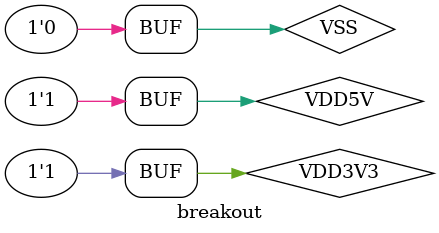
<source format=v>
module breakout ();

  // wire declarations
  supply0 VSS;
  supply1 VDD5V;
  supply1 VDD3V3;

  wire    n1,n2,n3,n4,n5,n6,n7,n8,n9;
  wire    n10,n11,n12,n13,n14,n15,n16,n17,n18,n19;
  wire    n20,n21,n22,n23,n24,n25,n26,n27,n28,n29;
  wire    n30,n31,n32,n33,n34,n35,n36,n37,n38,n39;
  wire    n40,n41,n42,n43,n44,n45,n46,n47,n48,n49;
  wire    n50,n51,n52,n53,n54,n55,n56;          
  

  wire TMS;
  wire TDI;
  wire TDO;
  wire TCK;
  

  // 3V3 Regulator, 250mA - not required if always using 5V power
  MCP1700_3302E   REG3V3 (
                            .vin(VDD5V),
                            .gnd(VSS),
                            .vout(VDD3V3)
                            );


  // Radial electolytic, one per board on the main 5V supply
  cap22uf         CAP22UF(.minus(VSS),.plus(VDD5V));

  // Two ceramic caps to be placed v. close to regulator pins
  cap1uf          reg_cap0 (.p0(VDD5V), .p1(VSS));
  cap1uf          reg_cap1 (.p0(VDD3V3), .p1(VSS));

  // Standard layout JTAG port for programming the CPLD
  hdr8way JTAG (
                .p1(VSS),  .p2(VSS),
                .p3(TMS),  .p4(TDI),
                .p5(TDO),  .p6(TCK),
                .p7(VDD5V),  .p8(),
                );

   xc95288tqfp144 cpld (
              .vddio1(VDD3V3),
	      .gts3(n35),
	      .gts4(n36),
	      .p4(),
	      .gts1(n37),
	      .gts2(n38),
	      .p7(),
              .vddint1(VDD3V3),
	      .p9(),
	      .p10(n39),
	      .p11(),
	      .p12(),
	      .p13(n40),
	      .p14(),
	      .p15(n41),
	      .p16(),
	      .p17(n42),
              .gnd1(VSS),
	      .p19(),
	      .p20(n43),
	      .p21(),
	      .p22(n44),
	      .p23(),
	      .p24(n45),
	      .p25(),
	      .p26(n46),
	      .p27(),
	      .p28(n47),
              .gnd2(VSS),              
	      .gck1(n48),
	      .p31(),
	      .gck2(n49),
	      .p33(),
	      .p34(n50),
	      .p35(),
              .gnd3(VSS),              
              .vddio2(VDD3V3),
	      .gck3(n51),
	      .p39(),
	      .p40(n52),
	      .p41(n53),
              .vddint2(VDD3V3),              
	      .p43(n54),
	      .p44(n55),
	      .p45(n56),
	      .p46(),
              .gnd4(VSS),                            
	      .p48(),
	      .p49(),
	      .p50(n1),
	      .p51(),
	      .p52(n2),
	      .p53(),
	      .p54(n3),
              .vddio3(VDD3V3),
	      .p56(),
	      .p57(n4),
	      .p58(),
	      .p59(n5),
	      .p60(),
	      .p61(n6),
              .gnd5(VSS),                            
              .tdi(TDI),                            
	      .p64(),
              .tms(TMS),              
	      .p66(),
              .tck(TCK),              
	      .p68(),
	      .p69(n7),
	      .p70(),
	      .p71(n8),
              .gnd6(VSS),
              .vddio4(VDD3V3),                            
	      .p74(n9),
	      .p75(),
	      .p76(n10),
	      .p77(),
	      .p78(n11),
	      .p79(),
	      .p80(n12),
	      .p81(),
	      .p82(n13),
	      .p83(),
              .vddint3(VDD3V3),
	      .p85(n14),
	      .p86(),
	      .p87(n15),
	      .p88(),
              .gnd7(VSS),
              .gnd8(VSS),                            
	      .p91(n16),
	      .p92(),
	      .p93(n17),
	      .p94(),
	      .p95(n18),
	      .p96(),
	      .p97(n19),
	      .p98(),
              .gnd9(VSS),                            
	      .p100(n20),
	      .p101(),
	      .p102(n21),
	      .p103(),
	      .p104(n22),
	      .p105(),
	      .p106(n23),
	      .p107(),
              .gnd10(VSS),
              .vddio5(VDD3V3),
	      .p110(n24),
	      .p111(),
	      .p112(n25),
	      .p113(),
              .gnd11(VSS),              
	      .p115(),
	      .p116(n26),
	      .p117(),
	      .p118(n27),
	      .p119(),
	      .p120(n28),
	      .p121(),
              .tdo(TDO),
              .gnd13(VSS),                            
	      .p124(),
	      .p125(),
	      .p126(),
              .vddio6(VSS),              
	      .p128(),
	      .p129(),
	      .p130(),
	      .p131(n29),
	      .p132(),
	      .p133(n30),
	      .p134(),
	      .p135(n31),
	      .p136(),
	      .p137(n32),
	      .p138(),
	      .p139(n33),
	      .p140(),
              .vddint4(VDD3V3),              
	      .p142(),
	      .gsr(n34),
              .gnd14(VSS)


                        
          );

  hdr1x30 leftpins (
                    .p1(VDD5V),
                    .p2(n29),
                    .p3(n30),
                    .p4(n31),
                    .p5(n32),
                    .p6(n33),
                    .p7(n34),                    
                    .p8(n35),                    
                    .p9(n36),
                    .p10(n37),                                        
                    .p11(n38),
                    .p12(n39),
                    .p13(n40),
                    .p14(n41),
                    .p15(n42),
                    .p16(n43),
                    .p17(n44),                    
                    .p18(n45),                    
                    .p19(n46),
                    .p20(n47),                                        
                    .p21(n48),
                    .p22(n49),
                    .p23(n50),
                    .p24(n51),
                    .p25(n52),
                    .p26(n53),
                    .p27(n54),                    
                    .p28(n55),                    
                    .p29(n56),
                    .p30(VSS),                    
                    );

  hdr1x30 rightpins (
                    .p1(VDD5V),
                    .p2(n28),
                    .p3(n27),
                    .p4(n26),
                    .p5(n25),
                    .p6(n24),
                    .p7(n23),                    
                    .p8(n22),                    
                    .p9(n21),
                    .p10(n20),                                        
                    .p11(n19),
                    .p12(n18),
                    .p13(n17),
                    .p14(n16),
                    .p15(n15),
                    .p16(n14),
                    .p17(n13),                    
                    .p18(n12),                    
                    .p19(n11),
                    .p20(n10),                                        
                    .p21(n9),
                    .p22(n8),
                    .p23(n7),
                    .p24(n6),
                    .p25(n5),
                    .p26(n4),
                    .p27(n3),                    
                    .p28(n2),                    
                    .p29(n1),
                    .p30(VSS),                                        
                    );
  

  
   // Decoupling caps
   cap100nf CAP100N_1 (.p0( VSS ), .p1( VDD3V3 ));
   cap100nf CAP100N_2 (.p0( VSS ), .p1( VDD3V3 ));
   cap100nf CAP100N_3 (.p0( VSS ), .p1( VDD3V3 ));
   cap100nf CAP100N_4 (.p0( VSS ), .p1( VDD3V3 ));  

endmodule

</source>
